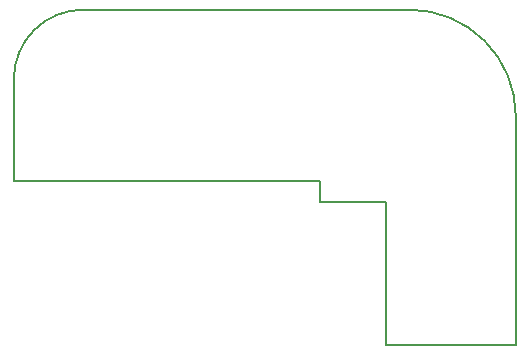
<source format=gbr>
%TF.GenerationSoftware,KiCad,Pcbnew,(5.1.10-1-10_14)*%
%TF.CreationDate,2021-09-22T20:59:13+02:00*%
%TF.ProjectId,Leo_muziekdoos,4c656f5f-6d75-47a6-9965-6b646f6f732e,rev?*%
%TF.SameCoordinates,Original*%
%TF.FileFunction,Profile,NP*%
%FSLAX46Y46*%
G04 Gerber Fmt 4.6, Leading zero omitted, Abs format (unit mm)*
G04 Created by KiCad (PCBNEW (5.1.10-1-10_14)) date 2021-09-22 20:59:13*
%MOMM*%
%LPD*%
G01*
G04 APERTURE LIST*
%TA.AperFunction,Profile*%
%ADD10C,0.200000*%
%TD*%
G04 APERTURE END LIST*
D10*
X72669999Y-80277773D02*
X72669398Y-92377773D01*
X67069398Y-78427773D02*
X67069398Y-80277773D01*
X41169399Y-78427773D02*
X67069398Y-78427773D01*
X41167565Y-69831020D02*
X41169399Y-78427773D01*
X41167565Y-69831020D02*
G75*
G02*
X47040565Y-63958020I5873000J0D01*
G01*
X72669398Y-92377773D02*
X83669398Y-92377773D01*
X67069398Y-80277773D02*
X72669999Y-80277773D01*
X74669398Y-63958020D02*
X47040565Y-63958020D01*
X74669398Y-63958020D02*
G75*
G02*
X83669398Y-72958020I0J-9000000D01*
G01*
X83669398Y-92377773D02*
X83669398Y-72958020D01*
M02*

</source>
